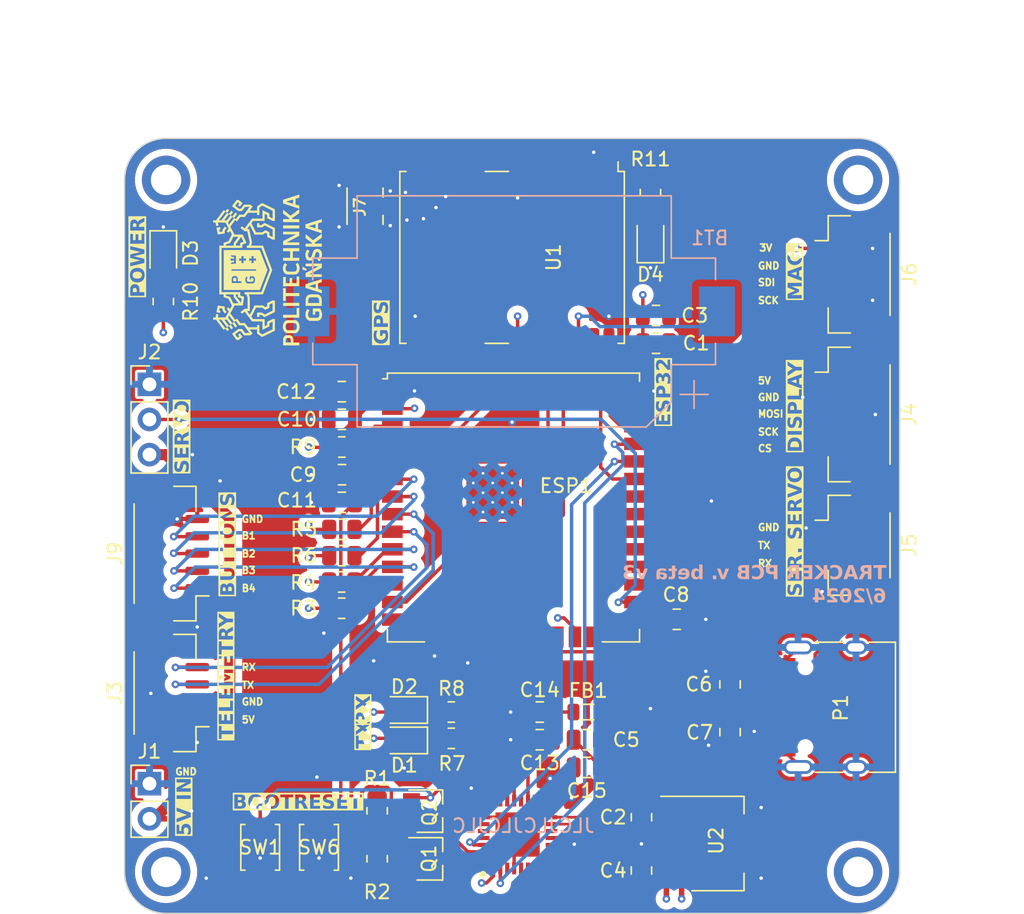
<source format=kicad_pcb>
(kicad_pcb (version 20221018) (generator pcbnew)
  (layers (0 "F.Cu" signal) (1 "In1.Cu" signal) (2 "In2.Cu" signal) (31 "B.Cu" signal) (34 "B.Paste" user) (35 "F.Paste" user) (36 "B.SilkS" user "B.Silkscreen") (37 "F.SilkS" user "F.Silkscreen") (38 "B.Mask" user) (39 "F.Mask" user) (44 "Edge.Cuts" user))
  (net 0 "")
  (net 1 "+3V3")
  (net 2 "GND")
  (net 3 "+5V")
  (net 4 "IO0")
  (net 5 "EN")
  (net 6 "Net-(D3-A)")
  (net 9 "MAV_TX")
  (net 10 "MAV_RX")
  (net 12 "GPS_SCK")
  (net 13 "GPS_MISO")
  (net 14 "GPS_MOSI")
  (net 21 "GPS_CS")
  (net 23 "SERVO")
  (net 24 "SERVO_RX")
  (net 25 "SERVO_TX")
  (net 26 "SCREEN_CS")
  (net 27 "SCREEN_SCK")
  (net 28 "SCREEN_MISO")
  (net 30 "MAG_SDI")
  (net 31 "ESP32_RX0")
  (net 32 "ESP32_TX0")
  (net 33 "MAG_SCK")
  (net 34 "SCREEN_MOSI")
  (net 35 "Net-(U1-RF_IN)")
  (net 37 "USB_D+")
  (net 38 "USB_D-")
  (net 40 "RTS")
  (net 41 "DTR")
  (net 43 "Net-(D4-A)")
  (net 69 "Net-(IC1-VCC)")
  (net 70 "Net-(D1-K)")
  (net 71 "Net-(D2-K)")
  (net 72 "Net-(IC1-CBUS1)")
  (net 73 "Net-(IC1-CBUS0)")
  (net 74 "Net-(U1-TIMEPULSE)")
  (net 75 "BUTTON_3_ESP")
  (net 76 "BUTTON_4_ESP")
  (net 77 "BUTTON_1_ESP")
  (net 78 "BUTTON_2_ESP")
  (net 79 "Net-(IC1-3V3OUT)")
  (net 80 "Net-(BT1-+)")
  (net 81 "Net-(Q1-B)")
  (net 82 "Net-(Q2-B)")
  (footprint "Capacitor_SMD:C_0805_2012Metric" (layer "F.Cu") (at 202.7 65.3 180)
    (fp_text reference "C12")
    (fp_text value "0.1uF" hide)
  )
  (footprint "Package_DFN_QFN:QFN50P500X500X90-33N-D" (layer "F.Cu") (at 215.4 97.3 90)
    (fp_text reference "IC1" hide)
    (fp_text value "FT232RNQ-TRAY" hide)
  )
  (footprint "Resistor_SMD:R_0805_2012Metric" (layer "F.Cu") (at 210.6125 88.45)
    (fp_text reference "R8")
    (fp_text value "270" hide)
  )
  (footprint "Resistor_SMD:R_0805_2012Metric" (layer "F.Cu") (at 202.6875 80.95)
    (fp_text reference "R3")
    (fp_text value "10K" hide)
  )
  (footprint "Capacitor_SMD:C_0805_2012Metric" (layer "F.Cu") (at 202.7 67.3 180)
    (fp_text reference "C10")
    (fp_text value "10uF" hide)
  )
  (footprint "MountingHole:MountingHole_2.2mm_M2_ISO7380_Pad" (layer "F.Cu") (at 240 50)
    (fp_text reference "REF**" hide)
    (fp_text value "MountingHole_2.2mm_M2_ISO7380_Pad" hide)
  )
  (footprint "Capacitor_SMD:C_0805_2012Metric" (layer "F.Cu") (at 220.4 90.45 180)
    (fp_text reference "C5")
    (fp_text value "10nF" hide)
  )
  (footprint "Resistor_SMD:R_0805_2012Metric" (layer "F.Cu") (at 202.7 69.3)
    (fp_text reference "R9")
    (fp_text value "10K" hide)
  )
  (footprint "Resistor_SMD:R_0805_2012Metric" (layer "F.Cu") (at 225 50.9125 -90)
    (fp_text reference "R11")
    (fp_text value "5K" hide)
  )
  (footprint "Capacitor_SMD:C_0805_2012Metric" (layer "F.Cu") (at 225.4 59.8)
    (fp_text reference "C3")
    (fp_text value "0.1uF" hide)
  )
  (footprint "Connector_JST:JST_GH_BM05B-GHS-TBT_1x05-1MP_P1.25mm_Vertical" (layer "F.Cu") (at 239.7 66.95 -90)
    (fp_text reference "J4")
    (fp_text value "DISPLAY")
  )
  (footprint "Resistor_SMD:R_0805_2012Metric" (layer "F.Cu") (at 210.6125 90.35)
    (fp_text reference "R7")
    (fp_text value "270" hide)
  )
  (footprint "Resistor_SMD:R_0805_2012Metric" (layer "F.Cu") (at 205.25 99.05 90)
    (fp_text reference "R2")
    (fp_text value "10K" hide)
  )
  (footprint "Connector_PinHeader_2.54mm:PinHeader_1x03_P2.54mm_Vertical" (layer "F.Cu") (at 188.8 64.77)
    (fp_text reference "J2")
    (fp_text value "SERVO" hide)
  )
  (footprint "Package_TO_SOT_SMD:TSOT-23" (layer "F.Cu") (at 209.04 99.0375)
    (fp_text reference "Q1")
    (fp_text value "NPN" hide)
  )
  (footprint "Connector_JST:JST_GH_BM05B-GHS-TBT_1x05-1MP_P1.25mm_Vertical" (layer "F.Cu") (at 190.3 77 90)
    (fp_text reference "J9")
    (fp_text value "Conn_01x05_Pin" hide)
  )
  (footprint "Capacitor_SMD:C_0805_2012Metric" (layer "F.Cu") (at 217 90.45 180)
    (fp_text reference "C13")
    (fp_text value "4.7uF" hide)
  )
  (footprint "LED_SMD:LED_0805_2012Metric" (layer "F.Cu") (at 225 54.3 90)
    (fp_text reference "D4")
    (fp_text value "TIMEPULSE")
  )
  (footprint "Resistor_SMD:R_0805_2012Metric" (layer "F.Cu") (at 202.6875 79.05)
    (fp_text reference "R4")
    (fp_text value "10K" hide)
  )
  (footprint "Button_Switch_SMD:SW_SPST_B3U-1000P" (layer "F.Cu") (at 196.8 98.225 90)
    (fp_text reference "SW1")
    (fp_text value "BOOT")
  )
  (footprint "Inductor_SMD:L_0805_2012Metric" (layer "F.Cu") (at 220.5 88.45)
    (fp_text reference "FB1")
    (fp_text value "FerriteBead_Small" hide)
  )
  (footprint "LED_SMD:LED_0805_2012Metric" (layer "F.Cu") (at 207.2 88.3 180)
    (fp_text reference "D2")
    (fp_text value "RX" hide)
  )
  (footprint "MountingHole:MountingHole_2.2mm_M2_ISO7380_Pad" (layer "F.Cu") (at 240 100)
    (fp_text reference "REF**" hide)
    (fp_text value "MountingHole_2.2mm_M2_ISO7380_Pad" hide)
  )
  (footprint "Package_TO_SOT_SMD:SOT-223-3_TabPin2" (layer "F.Cu") (at 229.85 97.95)
    (fp_text reference "U2")
    (fp_text value "AP7361C-33E" hide)
  )
  (footprint "LED_SMD:LED_0805_2012Metric" (layer "F.Cu") (at 189.8 55.3625 -90)
    (fp_text reference "D3")
    (fp_text value "POWER" hide)
  )
  (footprint "Package_TO_SOT_SMD:TSOT-23" (layer "F.Cu") (at 209.04 95.5875)
    (fp_text reference "Q2")
    (fp_text value "NPN")
  )
  (footprint "Capacitor_SMD:C_0805_2012Metric" (layer "F.Cu") (at 217 88.45 180)
    (fp_text reference "C14")
    (fp_text value "0.1uF" hide)
  )
  (footprint "Resistor_SMD:R_0805_2012Metric" (layer "F.Cu") (at 202.7 77.15)
    (fp_text reference "R6")
    (fp_text value "10K" hide)
  )
  (footprint "Button_Switch_SMD:SW_SPST_B3U-1000P" (layer "F.Cu") (at 201.05 98.225 90)
    (fp_text reference "SW6")
    (fp_text value "RESET")
  )
  (footprint "Capacitor_SMD:C_0805_2012Metric" (layer "F.Cu") (at 226.9 81.75 180)
    (fp_text reference "C8")
    (fp_text value "47pF" hide)
  )
  (footprint "Capacitor_SMD:C_0805_2012Metric" (layer "F.Cu") (at 220.4 92.45 180)
    (fp_text reference "C15")
    (fp_text value "0.1uF")
  )
  (footprint "Capacitor_SMD:C_0805_2012Metric" (layer "F.Cu") (at 202.7125 71.3 180)
    (fp_text reference "C9")
    (fp_text value "0.1uF" hide)
  )
  (footprint "Connector_JST:JST_GH_BM04B-GHS-TBT_1x04-1MP_P1.25mm_Vertical" (layer "F.Cu") (at 239.7 56.825 -90)
    (fp_text reference "J6")
    (fp_text value "MAG.")
  )
  (footprint "Capacitor_SMD:C_0805_2012Metric" (layer "F.Cu") (at 224.35 99.9 90)
    (fp_text reference "C4")
    (fp_text value "1uF" hide)
  )
  (footprint "RF_Module:ESP32-WROOM-32UE" (layer "F.Cu") (at 215.1 73.67)
    (fp_text reference "ESP1")
    (fp_text value "ESP32-WROOM-32")
  )
  (footprint "RF_GPS:ublox_NEO" (layer "F.Cu") (at 215 55.6 -90)
    (fp_text reference "U1")
    (fp_text value "NEO-M9N")
  )
  (footprint "MountingHole:MountingHole_2.2mm_M2_ISO7380_Pad" (layer "F.Cu") (at 190 50)
    (fp_text reference "REF**" hide)
    (fp_text value "MountingHole_2.2mm_M2_ISO7380_Pad" hide)
  )
  (footprint "Connector_JST:JST_GH_BM04B-GHS-TBT_1x04-1MP_P1.25mm_Vertical" (layer "F.Cu") (at 190.3 87.075 90)
    (fp_text reference "J3")
    (fp_text value "MAVLINK")
  )
  (footprint "U.FL-R-SMT-1_10:HRS_U.FL-R-SMT-1(10)" (layer "F.Cu") (at 204.375 51.9 90)
    (fp_text reference "J7")
    (fp_text value "U.FL-R")
  )
  (footprint "Capacitor_SMD:C_0805_2012Metric" (layer "F.Cu") (at 230.75 89.9 -90)
    (fp_text reference "C7")
    (fp_text value "47pF" hide)
  )
  (footprint "Capacitor_SMD:C_0805_2012Metric" (layer "F.Cu") (at 230.75 86.45 90)
    (fp_text reference "C6")
    (fp_text value "47pF" hide)
  )
  (footprint "Resistor_SMD:R_0805_2012Metric" (layer "F.Cu") (at 202.7 75.25)
    (fp_text reference "R5")
    (fp_text value "10K" hide)
  )
  (footprint "Connector_PinHeader_2.54mm:PinHeader_1x02_P2.54mm_Vertical" (layer "F.Cu") (at 188.8 93.625)
    (fp_text reference "J1")
    (fp_text value "5V")
  )
  (footprint "Resistor_SMD:R_0805_2012Metric" (layer "F.Cu") (at 189.8 58.7875 90)
    (fp_text reference "R10")
    (fp_text value "5K" hide)
  )
  (footprint "Resistor_SMD:R_0805_2012Metric" (layer "F.Cu") (at 205.25 95.5875 -90)
    (fp_text reference "R1")
    (fp_text value "10K" hide)
  )
  (footprint "LED_SMD:LED_0805_2012Metric" (layer "F.Cu") (at 207.2 90.5 180)
    (fp_text reference "D1")
    (fp_text value "TX" hide)
  )
  (footprint "Capacitor_SMD:C_0805_2012Metric" (layer "F.Cu") (at 202.7 73.3)
    (fp_text reference "C11")
    (fp_text value "47pF" hide)
  )
  (footprint "Capacitor_SMD:C_0805_2012Metric" (layer "F.Cu") (at 225.4 61.8)
    (fp_text reference "C1")
    (fp_text value "10uF" hide)
  )
  (footprint "Connector_JST:JST_GH_BM03B-GHS-TBT_1x03-1MP_P1.25mm_Vertical" (layer "F.Cu") (at 239.7 76.4 -90)
    (fp_text reference "J5")
    (fp_text value "SER. SERVO")
  )
  (footprint "LOGO" (layer "F.Cu") (at 197.35 56.5 90)
    (fp_text reference "G***" hide)
    (fp_text value "LOGO" hide)
  )
  (footprint "Connector_USB:USB_C_Receptacle_HRO_TYPE-C-31-M-12" (layer "F.Cu") (at 238.8 88.1 90)
    (fp_text reference "P1")
    (fp_text value "USB_C_Plug_USB2.0" hide)
  )
  (footprint "MountingHole:MountingHole_2.2mm_M2_ISO7380_Pad" (layer "F.Cu") (at 190 100)
    (fp_text reference "REF**" hide)
    (fp_text value "MountingHole_2.2mm_M2_ISO7380_Pad" hide)
  )
  (footprint "Capacitor_SMD:C_0805_2012Metric" (layer "F.Cu") (at 224.35 96.05 -90)
    (fp_text reference "C2")
    (fp_text value "1uF" hide)
  )
  (footprint "Battery:BatteryHolder_Keystone_1060_1x2032" (layer "B.Cu") (at 215.15 59.5 180)
    (fp_text reference "BT1")
    (fp_text value "Battery_Cell")
  )
  (gr_arc (start 187 50) (mid 187.87868 47.87868) (end 190 47) (stroke (width 0.1)) (layer "Edge.Cuts"))
  (gr_arc (start 190 103) (mid 187.87868 102.12132) (end 187 100) (stroke (width 0.1)) (layer "Edge.Cuts"))
  (gr_line (start 240 103) (end 190 103) (stroke (width 0.1)) (layer "Edge.Cuts"))
  (gr_arc (start 243 100) (mid 242.12132 102.12132) (end 240 103) (stroke (width 0.1)) (layer "Edge.Cuts"))
  (gr_line (start 243 50) (end 243 100) (stroke (width 0.1)) (layer "Edge.Cuts"))
  (gr_line (start 190 47) (end 240 47) (stroke (width 0.1)) (layer "Edge.Cuts"))
  (gr_arc (start 240 47) (mid 242.12132 47.87868) (end 243 50) (stroke (width 0.1)) (layer "Edge.Cuts"))
  (gr_line (start 187 100) (end 187 50) (stroke (width 0.1)) (layer "Edge.Cuts"))
  (gr_text "TRACKER PCB v. beta v3\n6/2024" (at 242.05 80.7) (layer "B.SilkS") (effects (font (size 1 1) (thickness 0.2) bold) (justify left bottom mirror)))
  (gr_text "JLCJLCJLCJLC" (at 221.05 97.25) (layer "B.SilkS") (effects (font (size 1 1)) (justify left bottom mirror)))
  (gr_text "GND" (at 195.4 74.8) (layer "F.SilkS") (effects (font (size 0.5 0.5) (thickness 0.125)) (justify left bottom)))
  (gr_text "SCK\n" (at 232.7 68.5) (layer "F.SilkS") (effects (font (size 0.5 0.5) (thickness 0.125)) (justify left bottom)))
  (gr_text "GND" (at 232.7 66) (layer "F.SilkS") (effects (font (size 0.5 0.5) (thickness 0.125)) (justify left bottom)))
  (gr_text "POWER" (at 188.6 58.5 90) (layer "F.SilkS" knockout) (effects (font (size 1 1) (thickness 0.2) bold) (justify left bottom)))
  (gr_text "MOSI" (at 232.7 67.2) (layer "F.SilkS") (effects (font (size 0.5 0.5) (thickness 0.125)) (justify left bottom)))
  (gr_text "SDI" (at 232.7 57.7) (layer "F.SilkS") (effects (font (size 0.5 0.5) (thickness 0.125)) (justify left bottom)))
  (gr_text "SCK" (at 232.7 59) (layer "F.SilkS") (effects (font (size 0.5 0.5) (thickness 0.125)) (justify left bottom)))
  (gr_text "RX" (at 232.7 78) (layer "F.SilkS") (effects (font (size 0.5 0.5) (thickness 0.125)) (justify left bottom)))
  (gr_text "GPS" (at 206.2 61.9 90) (layer "F.SilkS" knockout) (effects (font (size 1 1) (thickness 0.2) bold) (justify left bottom)))
  (gr_text "3V" (at 232.8 55.2) (layer "F.SilkS") (effects (font (size 0.5 0.5) (thickness 0.125)) (justify left bottom)))
  (gr_text "5V IN" (at 191.95 97.4 90) (layer "F.SilkS" knockout) (effects (font (size 1 1) (thickness 0.2) bold) (justify left bottom)))
  (gr_text "TX" (at 195.4 86.8) (layer "F.SilkS") (effects (font (size 0.5 0.5) (thickness 0.125)) (justify left bottom)))
  (gr_text "RESET" (at 199.2 95.6) (layer "F.SilkS" knockout) (effects (font (size 1 1) (thickness 0.2) bold) (justify left bottom)))
  (gr_text "DISPLAY" (at 236.1 69.7 90) (layer "F.SilkS" knockout) (effects (font (size 1 1) (thickness 0.2) bold) (justify left bottom)))
  (gr_text "RX" (at 204.9 89.4 90) (layer "F.SilkS" knockout) (effects (font (size 1 1) (thickness 0.2) bold) (justify left bottom)))
  (gr_text "BUTTONS" (at 195.1 80.1 90) (layer "F.SilkS" knockout) (effects (font (size 1 1) (thickness 0.2) bold) (justify left bottom)))
  (gr_text "BOOT\n" (at 194.8 95.6) (layer "F.SilkS" knockout) (effects (font (size 1 1) (thickness 0.2) bold) (justify left bottom)))
  (gr_text "RX" (at 195.4 85.5) (layer "F.SilkS") (effects (font (size 0.5 0.5) (thickness 0.125)) (justify left bottom)))
  (gr_text "MAG." (at 236.1 58.7 90) (layer "F.SilkS" knockout) (effects (font (size 1 1) (thickness 0.2) bold) (justify left bottom)))
  (gr_text "SERVO" (at 191.8 71.2 90) (layer "F.SilkS" knockout) (effects (font (size 1 1) (thickness 0.2) bold) (justify left bottom)))
  (gr_text "TELEMETRY" (at 195 90.4 90) (layer "F.SilkS" knockout) (effects (font (size 1 1) (thickness 0.2) bold) (justify left bottom)))
  (gr_text "SER. SERVO" (at 236.1 80.1 90) (layer "F.SilkS" knockout) (effects (font (size 1 1) (thickness 0.2) bold) (justify left bottom)))
  (gr_text "TX" (at 204.9 91.1 90) (layer "F.SilkS" knockout) (effects (font (size 1 1) (thickness 0.2) bold) (justify left bottom)))
  (gr_text "5V" (at 195.4 89.3) (layer "F.SilkS") (effects (font (size 0.5 0.5) (thickness 0.125)) (justify left bottom)))
  (gr_text "B4" (at 195.4 79.8) (layer "F.SilkS") (effects (font (size 0.5 0.5) (thickness 0.125)) (justify left bottom)))
  (gr_text "CS" (at 232.7 69.7) (layer "F.SilkS") (effects (font (size 0.5 0.5) (thickness 0.125)) (justify left bottom)))
  (gr_text "B1" (at 195.4 76) (layer "F.SilkS") (effects (font (size 0.5 0.5) (thickness 0.125)) (justify left bottom)))
  (gr_text "B2" (at 195.4 77.3) (layer "F.SilkS") (effects (font (size 0.5 0.5) (thickness 0.125)) (justify left bottom)))
  (gr_text "GND" (at 190.6 93.05) (layer "F.SilkS") (effects (font (size 0.5 0.5) (thickness 0.125)) (justify left bottom)))
  (gr_text "5V" (at 232.7 64.8) (layer "F.SilkS") (effects (font (size 0.5 0.5) (thickness 0.125)) (justify left bottom)))
  (gr_text "GND" (at 232.7 75.4) (layer "F.SilkS") (effects (font (size 0.5 0.5) (thickness 0.125)) (justify left bottom)))
  (gr_text "TX" (at 232.7 76.7) (layer "F.SilkS") (effects (font (size 0.5 0.5) (thickness 0.125)) (justify left bottom)))
  (gr_text "ESP32" (at 226.6 67.8 90) (layer "F.SilkS" knockout) (effects (font (size 1 1) (thickness 0.2) bold) (justify left bottom)))
  (gr_text "GND" (at 195.4 88) (layer "F.SilkS") (effects (font (size 0.5 0.5) (thickness 0.125)) (justify left bottom)))
  (gr_text "GND" (at 232.7 56.5) (layer "F.SilkS") (effects (font (size 0.5 0.5) (thickness 0.125)) (justify left bottom)))
  (gr_text "B3" (at 195.4 78.5) (layer "F.SilkS") (effects (font (size 0.5 0.5) (thickness 0.125)) (justify left bottom)))
  (segment (start 200.375 79.05) (end 201.775 79.05) (width 0.25) (layer "F.Cu") (net 1))
  (segment (start 226.7 100.25) (end 224.95 100.25) (width 0.25) (layer "F.Cu") (net 1))
  (segment (start 201.7875 75.25) (end 200.6495 75.25) (width 0.25) (layer "F.Cu") (net 1))
  (segment (start 235.55 54.95) (end 237.75 54.95) (width 0.25) (layer "F.Cu") (net 1))
  (segment (start 203.65 67.3) (end 204.42 66.53) (width 0.25) (layer "F.Cu") (net 1))
  (segment (start 203.65 67.3) (end 203.65 65.3) (width 0.25) (layer "F.Cu") (net 1))
  (segment (start 224.95 100.25) (end 224.35 100.85) (width 0.25) (layer "F.Cu") (net 1))
  (segment (start 201.7875 69.3) (end 201.7875 69.1625) (width 0.25) (layer "F.Cu") (net 1))
  (segment (start 226.15 100.8) (end 226.7 100.25) (width 0.25) (layer "F.Cu") (net 1))
  (segment (start 220.9 62.75) (end 220.9 61.6) (width 0.25) (layer "F.Cu") (net 1))
  (segment (start 205.15 88.45) (end 206.275 88.45) (width 0.25) (layer "F.Cu") (net 1))
  (segment (start 212.8 100.8) (end 213.15 100.8) (width 0.25) (layer "F.Cu") (net 1))
  (segment (start 220.975 62.825) (end 220.9 62.75) (width 0.25) (layer "F.Cu") (net 1))
  (segment (start 201.7625 69.325) (end 201.7875 69.3) (width 0.25) (layer "F.Cu") (net 1))
  (segment (start 223.425 62.825) (end 220.975 62.825) (width 0.25) (layer "F.Cu") (net 1))
  (segment (start 226.15 101.9) (end 226.15 100.8) (width 0.4) (layer "F.Cu") (net 1))
  (segment (start 200.35 69.325) (end 201.7625 69.325) (width 0.25) (layer "F.Cu") (net 1))
  (segment (start 200.45 77.15) (end 200.3 77.3) (width 0.25) (layer "F.Cu") (net 1))
  (segment (start 201.7875 77.15) (end 200.45 77.15) (width 0.25) (layer "F.Cu") (net 1))
  (segment (start 207.92 66.53) (end 207.925 66.525) (width 0.25) (layer "F.Cu") (net 1))
  (segment (start 213.15 100.8) (end 213.65 100.3) (width 0.25) (layer "F.Cu") (net 1))
  (segment (start 200.6495 75.25) (end 200.3 74.9005) (width 0.25) (layer "F.Cu") (net 1))
  (segment (start 200.375 80.95) (end 201.775 80.95) (width 0.25) (layer "F.Cu") (net 1))
  (segment (start 206.35 66.53) (end 207.92 66.53) (width 0.25) (layer "F.Cu") (net 1))
  (segment (start 227.25 100.8) (end 226.7 100.25) (width 0.25) (layer "F.Cu") (net 1))
  (segment (start 224.45 61.8) (end 223.425 62.825) (width 0.25) (layer "F.Cu") (net 1))
  (segment (start 205.15 90.35) (end 206.275 90.35) (width 0.25) (layer "F.Cu") (net 1))
  (segment (start 189.8 61.025) (end 189.8 59.7) (width 0.25) (layer "F.Cu") (net 1))
  (segment (start 213.65 100.3) (end 213.65 99.75) (width 0.25) (layer "F.Cu") (net 1))
  (segment (start 227.25 101.9) (end 227.25 100.8) (width 0.4) (layer "F.Cu") (net 1))
  (segment (start 204.42 66.53) (end 206.35 66.53) (width 0.25) (layer "F.Cu") (net 1))
  (segment (start 224.45 59.8) (end 224.45 61.8) (width 0.25) (layer "F.Cu") (net 1))
  (segment (start 224.45 58.3) (end 224.45 59.8) (width 0.25) (layer "F.Cu") (net 1))
  (segment (start 201.7875 69.1625) (end 203.65 67.3) (width 0.25) (layer "F.Cu") (net 1))
  (via (at 200.3 77.3) (size 0.55) (drill 0.25) (layers "F.Cu" "B.Cu") (net 1))
  (via (at 205 88.45) (size 0.55) (drill 0.25) (layers "F.Cu" "B.Cu") (net 1))
  (via (at 235.55 54.95) (size 0.55) (drill 0.25) (layers "F.Cu" "B.Cu") (net 1))
  (via (at 189.8 61.025) (size 0.55) (drill 0.25) (layers "F.Cu" "B.Cu") (net 1))
  (via (at 224.45 58.3) (size 0.55) (drill 0.25) (layers "F.Cu" "B.Cu") (net 1))
  (via (at 207.95 66.5) (size 0.55) (drill 0.25) (layers "F.Cu" "B.Cu") (net 1))
  (via (at 212.8 100.8) (size 0.55) (drill 0.25) (layers "F.Cu" "B.Cu") (net 1))
  (via (at 227.25 101.95) (size 0.55) (drill 0.25) (layers "F.Cu" "B.Cu") (net 1))
  (via (at 200.3 79.05) (size 0.55) (drill 0.25) (layers "F.Cu" "B.Cu") (net 1))
  (via (at 205 90.35) (size 0.55) (drill 0.25) (layers "F.Cu" "B.Cu") (net 1))
  (via (at 226.15 101.95) (size 0.55) (drill 0.25) (layers "F.Cu" "B.Cu") (net 1))
  (via (at 200.3 74.9005) (size 0.55) (drill 0.25) (layers "F.Cu" "B.Cu") (net 1))
  (via (at 200.3 80.95) (size 0.55) (drill 0.25) (layers "F.Cu" "B.Cu") (net 1))
  (via (at 200.3 69.3) (size 0.55) (drill 0.25) (layers "F.Cu" "B.Cu") (net 1))
  (segment (start 196.8 99.925) (end 196.8 98.975) (width 0.25) (layer "F.Cu") (net 2))
  (segment (start 212.225 96.05) (end 212.05 95.875) (width 0.25) (layer "F.Cu") (net 2))
  (segment (start 235.67 92.265) (end 234.755 91.35) (width 0.25) (layer "F.Cu") (net 2))
  (segment (start 224.35 97) (end 225.3 97.95) (width 0.25) (layer "F.Cu") (net 2))
  (segment (start 224.35 98.95) (end 224.35 97.975) (width 0.25) (layer "F.Cu") (net 2))
  (segment (start 226.7 97.95) (end 225.35 97.95) (width 0.25) (layer "F.Cu") (net 2))
  (segment (start 223.85 65.26) (end 225.19 65.26) (width 0.25) (layer "F.Cu") (net 2))
  (segment (start 201.05 99.925) (end 201.05 99) (width 0.25) (layer "F.Cu") (net 2))
  (segment (start 234.755 84.85) (end 234.755 84.695) (width 0.25) (layer "F.Cu") (net 2))
  (segment (start 215.15 97.55) (end 215.4 97.3) (width 0.25) (layer "F.Cu") (net 2))
  (segment (start 225.35 97.95) (end 224.35 98.95) (width 0.25) (layer "F.Cu") (net 2))
  (segment (start 221.35 92.35) (end 219.45 90.45) (width 0.25) (layer "F.Cu") (net 2))
  (segment (start 212.95 96.05) (end 212.225 96.05) (width 0.25) (layer "F.Cu") (net 2))
  (segment (start 213.65 94.85) (end 212.95 94.85) (width 0.25) (layer "F.Cu") (net 2))
  (segment (start 233 95.4) (end 233 97.95) (width 0.25) (layer "F.Cu") (net 2))
  (segment (start 224.35 97) (end 224.35 97.975) (width 0.25) (layer "F.Cu") (net 2))
  (segment (start 221.35 92.45) (end 221.35 92.35) (width 0.25) (layer "F.Cu") (net 2))
  (segment (start 216.05 88.45) (end 214.925 88.45) (width 0.25) (layer "F.Cu") (net 2))
  (segment (start 212.95 96.05) (end 214.15 96.05) (width 0.25) (layer "F.Cu") (net 2))
  (segment (start 217.15 95.55) (end 217.15 94.85) (width 0.25) (layer "F.Cu") (net 2))
  (segment (start 234.755 84.695) (end 235.67 83.78) (width 0.25) (layer "F.Cu") (net 2))
  (segment (start 216.05 90.45) (end 215 90.45) (width 0.25) (layer "F.Cu") (net 2))
  (segment (start 215.4 97.3) (end 217.15 95.55) (width 0.25) (layer "F.Cu") (net 2))
  (segment (start 201.05 99) (end 201.075 98.975) (width 0.25) (layer "F.Cu") (net 2))
  (segment (start 215.15 99.75) (end 215.15 97.55) (width 0.25) (layer "F.Cu") (net 2))
  (segment (start 225.3 97.95) (end 226.7 97.95) (width 0.25) (layer "F.Cu") (net 2))
  (segment (start 225.19 65.26) (end 225.2 65.25) (width 0.25) (layer "F.Cu") (net 2))
  (segment (start 215 90.45) (end 214.975 90.425) (width 0.25) (layer "F.Cu") (net 2))
  (segment (start 214.925 88.45) (end 214.9 88.425) (width 0.25) (layer "F.Cu") (net 2))
  (segment (start 212.05 95.875) (end 212.05 93.95) (width 0.25) (layer "F.Cu") (net 2))
  (segment (start 212.95 94.85) (end 212.05 93.95) (width 0.25) (layer "F.Cu") (net 2))
  (segment (start 233 100.425) (end 233 97.95) (width 0.25) (layer "F.Cu") (net 2))
  (segment (start 235.67 92.42) (end 235.67 92.265) (width 0.25) (layer "F.Cu") (net 2))
  (via (at 209.5 52) (size 0.55) (drill 0.25) (layers "F.Cu" "B.Cu") (net 2))
  (via (at 196.8 99) (size 0.55) (drill 0.25) (layers "F.Cu" "B.Cu") (net 2))
  (via (at 208 59.85) (size 0.55) (drill 0.25) (layers "F.Cu" "B.Cu") (net 2))
  (via (at 241.05 54.95) (size 0.55) (drill 0.25) (layers "F.Cu" "B.Cu") (net 2))
  (via (at 214.9 88.45) (size 0.55) (drill 0.25) (layers "F.Cu" "B.Cu") (net 2))
  (via (at 222 59.85) (size 0.55) (drill 0.25) (layers "F.Cu" "B.Cu") (net 2))
  (via (at 232.5 89.85) (size 0.55) (drill 0.25) (layers "F.Cu" "B.Cu") (net 2))
  (via (at 233 100.45) (size 0.55) (drill 0.25) (layers "F.Cu" "B.Cu") (net 2))
  (via (at 241.05 58.7) (size 0.55) (drill 0.25) (layers "F.Cu" "B.Cu") (net 2))
  (via (at 192.25 82.3) (size 0.55) (drill 0.25) (layers "F.Cu" "B.Cu") (net 2))
  (via (at 200.5 65.3) (size 0.55) (drill 0.25) (layers "F.Cu" "B.Cu") (net 2))
  (via (at 215 67.5) (size 0.55) (drill 0.25) (layers "F.Cu" "B.Cu") (net 2))
  (via (at 202.5 50.4) (size 0.55) (drill 0.25) (layers "F.Cu" "B.Cu") (net 2))
  (via (at 193.9 71.75) (size 0.55) (drill 0.25) (layers "F.Cu" "B.Cu") (net 2))
  (via (at 220.9 48) (size 0.55) (drill 0.25) (layers "F.Cu" "B.Cu") (net 2))
  (via (at 229 81.75) (size 0.55) (drill 0.25) (layers "F.Cu" "B.Cu") (net 2))
  (via (at 191.9 69.85) (size 0.55) (drill 0.25) (layers "F.Cu" "B.Cu") (net 2))
  (via (at 237.4 79.75) (size 0.55) (drill 0.25) (layers "F.Cu" "B.Cu") (net 2))
  (via (at 225 88.2) (size 0.55) (drill 0.25) (layers "F.Cu" "B.Cu") (net 2))
  (via (at 229.4 73.2) (size 0.55) (drill 0.25) (layers "F.Cu" "B.Cu") (net 2))
  (via (at 229.2 90.85) (size 0.55) (drill 0.25) (layers "F.Cu" "B.Cu") (net 2))
  (via (at 200.9 93.15) (size 0.55) (drill 0.25) (layers "F.Cu" "B.Cu") (net 2))
  (via (at 200.5 73.3) (size 0.55) (drill 0.25) (layers "F.Cu" "B.Cu") (net 2))
  (via (at 210.2 51.2) (size 0.55) (drill 0.25) (layers "F.Cu" "B.Cu") (net 2))
  (via (at 200.5 71.3) (size 0.55) (drill 0.25) (layers "F.Cu" "B.Cu") (net 2))
  (via (at 236 65.7) (size 0.55) (drill 0.25) (layers "F.Cu" "B.Cu") (net 2))
  (via (at 207.4 52.9) (size 0.55) (drill 0.25) (layers "F.Cu" "B.Cu") (net 2))
  (via (at 208.6 52.8) (size 0.55) (drill 0.25) (layers "F.Cu" "B.Cu") (net 2))
  (via (at 206.2 50.8) (size 0.55) (drill 0.25) (layers "F.Cu" "B.Cu") (net 2))
  (via (at 202.5 53.4) (size 0.55) (drill 0.25) (layers "F.Cu" "B.Cu") (net 2))
  (via (at 215.4 51.3) (size 0.55) (drill 0.25) (layers "F.Cu" "B.Cu") (net 2))
  (via (at 233 95.35) (size 0.55) (drill 0.25) (layers "F.Cu" "B.Cu") (net 2))
  (via (at 207.95 65.25) (size 0.55) (drill 0.25) (layers "F.Cu" "B.Cu") (net 2))
  (via (at 236.25 75.15) (size 0.55) (drill 0.25) (layers "F.Cu" "B.Cu") (net 2))
  (via (at 188.9 87.1) (size 0.55) (drill 0.25) (layers "F.Cu" "B.Cu") (net 2))
  (via (at 192.9 100.45) (size 0.55) (drill 0.25) (layers "F.Cu" "B.Cu") (net 2))
  (via (at 201.4 82.75) (size 0.55) (drill 0.25) (layers "F.Cu" "B.Cu") (net 2))
  (via (at 211.8 84.9) (size 0.55) (drill 0.25) (layers "F.Cu" "B.Cu") (net 2))
  (via (at 207.3 50.9005) (size 0.55) (drill 0.25) (layers "F.Cu" "B.Cu") (net 2))
  (via (at 191.85 95.6) (size 0.55) (drill 0.25) (layers "F.Cu" "B.Cu") (net 2))
  (via (at 241.25 66.95) (size 0.55) (drill 0.25) (layers "F.Cu" "B.Cu") (net 2))
  (via (at 189.8 53.4) (size 0.55) (drill 0.25) (layers "F.Cu" "B.Cu") (net 2))
  (via (at 207.2 92.5) (size 0.55) (drill 0.25) (layers "F.Cu" "B.Cu") (net 2))
  (via (at 229 85.5) (size 0.55) (drill 0.25) (layers "F.Cu" "B.Cu") (net 2))
  (via (at 209.4 84.4) (size 0.55) (drill 0.25) (layers "F.Cu" "B.Cu") (net 2))
  (via (at 203.35 100.45) (size 0.55) (drill 0.25) (layers "F.Cu" "B.Cu") (net 2))
  (via (at 225 56.35) (size 0.55) (drill 0.25) (layers "F.Cu" "B.Cu") (net 2))
  (via (at 201.05 99) (size 0.55) (drill 0.25) (layers "F.Cu" "B.Cu") (net 2))
  (via (at 219.5 98) (size 0.55) (drill 0.25) (layers "F.Cu" "B.Cu") (net 2))
  (via (at 190.8 74.5) (size 0.55) (drill 0.25) (layers "F.Cu" "B.Cu") (net 2))
  (via (at 224.35 97.975) (size 0.55) (drill 0.25) (layers "F.Cu" "B.Cu") (net 2))
  (via (at 205 84.75) (size 0.55) (drill 0.25) (layers "F.Cu" "B.Cu") (net 2))
  (via (at 217.74941 93.24941) (size 0.55) (drill 0.25) (layers "F.Cu" "B.Cu") (net 2))
  (via (at 206.2 53.3) (size 0.55) (drill 0.25) (layers "F.Cu" "B.Cu") (net 2))
  (via (at 200.5 67.3) (size 0.55) (drill 0.25) (layers "F.Cu" "B.Cu") (net 2))
  (via (at 214.9 90.45) (size 0.55) (drill 0.25) (layers "F.Cu" "B.Cu") (net 2))
  (via (at 225.25 65.25) (size 0.55) (drill 0.25) (layers "F.Cu" "B.Cu") (net 2))
  (via (at 212.05 93.95) (size 0.55) (drill 0.25) (layers "F.Cu" "B.Cu") (net 2))
  (via (at 219.301089 94.651089) (size 0.55) (drill 0.25) (layers "F.Cu" "B.Cu") (net 2))
  (via (at 192.25 90.65) (size 0.55) (drill 0.25) (layers "F.Cu" "B.Cu") (net 2))
  (segment (start 234.755 90.55) (end 233.8 90.55) (width 0.7) (layer "F.Cu") (net 3))
  (segment (start 232.45 85.65) (end 234.755 85.65) (width 0.25) (layer "F.Cu") (net 3))
  (segment (start 233.8 90.55) (end 228.7 95.65) (width 0.7) (layer "F.Cu") (net 3))
  (segment (start 221.35 88.6625) (end 221.5625 88.45) (width 0.25) (layer "F.Cu") (net 3))
  (segment (start 194.6 90.725) (end 189.16 96.165) (width 0.8) (layer "F.Cu") (net 3))
  (segment (start 238.925 65.353249) (end 238.925 82.241726) (width 0.25) (layer "F.Cu") (net 3))
  (segment (start 221.5625 88.45) (end 223.4375 86.575) (width 0.25) (layer "F.Cu") (net 3))
  (segment (start 228.7 95.65) (end 226.7 95.65) (width 0.7) (layer "F.Cu") (net 3))
  (segment (start 189.16 96.165) (end 188.8 96.165) (width 0.8) (layer "F.Cu") (net 3))
  (segment (start 194.6 88.825) (end 194.6 90.725) (width 0.8) (layer "F.Cu") (net 3))
  (segment (start 192.25 88.95) (end 194.475 88.95) (width 0.25) (layer "F.Cu") (net 3))
  (segment (start 224.9 95.65) (end 226.7 95.65) (width 0.4) (layer "F.Cu") (net 3))
  (segment (start 234.755 90.55) (end 235.58 90.55) (width 0.25) (layer "F.Cu") (net 3))
  (segment (start 237.75 64.45) (end 238.021751 64.45) (width 0.25) (layer "F.Cu") (net 3))
  (segment (start 236.48 85.92) (end 235.85 85.92) (width 0.25) (layer "F.Cu") (net 3))
  (segment (start 236.9 85.5) (end 236.48 85.92) (width 0.25) (layer "F.Cu") (net 3))
  (segment (start 238.925 82.241726) (end 236.9 84.266726) (width 0.25) (layer "F.Cu") (net 3))
  (segment (start 188.8 69.85) (end 190.002081 69.85) (width 0.8) (layer "F.Cu") (net 3))
  (segment (start 194.475 88.95) (end 194.6 88.825) (width 0.25) (layer "F.Cu") (net 3))
  (segment (start 238.021751 64.45) (end 238.925 65.353249) (width 0.25) (layer "F.Cu") (net 3))
  (segment (start 224.35 95.1) (end 224.9 95.65) (width 0.4) (layer "F.Cu") (net 3))
  (segment (start 235.85 85.92) (end 235.58 85.65) (width 0.25) (layer "F.Cu") (net 3))
  (segment (start 221.35 90.45) (end 221.35 88.6625) (width 0.25) (layer "F.Cu") (net 3))
  (segment (start 235.58 90.55) (end 235.85 90.28) (width 0.25) (layer "F.Cu") (net 3))
  (segment (start 190.002081 69.85) (end 194.6 74.447919) (width 0.8) (layer "F.Cu") (net 3))
  (segment (start 236.9 84.266726) (end 236.9 85.5) (width 0.25) (layer "F.Cu") (net 3))
  (segment (start 190.565 96.165) (end 188.8 96.165) (width 0.4) (layer "F.Cu") (net 3))
  (segment (start 194.6 74.447919) (end 194.6 88.825) (width 0.8) (layer "F.Cu") (net 3))
  (segment (start 217.55 101.9) (end 196.3 101.9) (width 0.4) (layer "F.Cu") (net 3))
  (segment (start 235.85 90.28) (end 235.85 85.92) (width 0.25) (layer "F.Cu") (net 3))
  (segment (start 235.58 85.65) (end 234.755 85.65) (width 0.25) (layer "F.Cu") (net 3))
  (segment (start 224.35 95.1) (end 217.55 101.9) (width 0.4) (layer "F.Cu") (net 3))
  (segment (start 196.3 101.9) (end 190.565 96.165) (width 0.4) (layer "F.Cu") (net 3))
  (segment (start 231.525 86.575) (end 232.45 85.65) (width 0.25) (layer "F.Cu") (net 3))
  (segment (start 223.4375 86.575) (end 231.525 86.575) (width 0.25) (layer "F.Cu") (net 3))
  (segment (start 214.354327 84.095) (end 221.525 84.095) (width 0.25) (layer "F.Cu") (net 4))
  (segment (start 196.8 96.525) (end 196.8 95.35) (width 0.25) (layer "F.Cu") (net 4))
  (segment (start 210.5375 93.2125) (end 210.5375 87.911827) (width 0.25) (layer "F.Cu") (net 4))
  (segment (start 225.95 81.75) (end 223.87 81.75) (width 0.25) (layer "F.Cu") (net 4))
  (segment (start 207.73 94.6375) (end 209.1 94.6375) (width 0.25) (layer "F.Cu") (net 4))
  (segment (start 210.5375 93.2125) (end 209.1125 94.6375) (width 0.25) (layer "F.Cu") (net 4))
  (segment (start 209.1 94.6375) (end 209.15 94.6375) (width 0.25) (layer "F.Cu") (net 4))
  (segment (start 210.5375 87.911827) (end 214.354327 84.095) (width 0.25) (layer "F.Cu") (net 4))
  (segment (start 209.1125 94.6375) (end 209.1 94.6375) (width 0.25) (layer "F.Cu") (net 4))
  (segment (start 221.525 84.095) (end 223.85 81.77) (width 0.25) (layer "F.Cu") (net 4))
  (segment (start 223.87 81.75) (end 223.85 81.77) (width 0.25) (layer "F.Cu") (net 4))
  (via (at 196.8 95.35) (size 0.55) (drill 0.25) (layers "F.Cu" "B.Cu") (net 4))
  (via (at 209.1 94.6375) (size 0.55) (drill 0.25) (layers "F.Cu" "B.Cu") (net 4))
  (segment (start 209.1 94.35) (end 209.1 94.6375) (width 0.25) (layer "B.Cu") (net 4))
  (segment (start 196.8 95.35) (end 198.075 94.075) (width 0.25) (layer "B.Cu") (net 4))
  (segment (start 198.075 94.075) (end 208.825 94.075) (width 0.25) (layer "B.Cu") (net 4))
  (segment (start 208.825 94.075) (end 209.1 94.35) (width 0.25) (layer "B.Cu") (net 4))
  (segment (start 203.6625 69.35) (end 203.6125 69.3) (width 0.25) (layer "F.Cu") (net 5))
  (segment (start 203.5 98.975) (end 201.05 96.525) (width 0.25) (layer "F.Cu") (net 5))
  (segment (start 203.6125 69.3) (end 205.1125 67.8) (width 0.25) (layer "F.Cu") (net 5))
  (segment (start 207.73 98.0875) (end 207.475673 98.0875) (width 0.25) (layer "F.Cu") (net 5))
  (segment (start 206.8425 98.975) (end 203.5 98.975) (width 0.25) (layer "F.Cu") (net 5))
  (segment (start 201.05 96.525) (end 202.625 94.95) (width 0.25) (layer "F.Cu") (net 5))
  (segment (start 202.625 94.95) (end 202.625 74.325) (width 0.25) (layer "F.Cu") (net 5))
  (segment (start 202.625 74.325) (end 203.65 73.3) (width 0.25) (layer "F.Cu") (net 5))
  (segment (start 207.73 98.0875) (end 206.8425 98.975) (width 0.25) (layer "F.Cu") (net 5))
  (segment (start 203.65 73.3) (end 203.65 71.3125) (width 0.25) (layer "F.Cu") (net 5))
  (segment (start 203.65 71.3125) (end 203.6625 71.3) (width 0.25) (layer "F.Cu") (net 5))
  (segment (start 205.1125 67.8) (end 206.35 67.8) (width 0.25) (layer "F.Cu") (net 5))
  (segment (start 203.6625 71.3) (end 203.6625 69.35) (width 0.25) (layer "F.Cu") (net 5))
  (segment (start 189.8 57.875) (end 189.8 56.3) (width 0.25) (layer "F.Cu") (net 6))
  (segment (start 206.35 74.15) (end 207.9 74.15) (width 0.25) (layer "F.Cu") (net 9))
  (segment (start 192.25 86.45) (end 190.675 86.45) (width 0.25) (layer "F.Cu") (net 9))
  (via (at 190.675 86.45) (size 0.55) (drill 0.25) (layers "F.Cu" "B.Cu") (net 9))
  (via (at 207.9 74.15) (size 0.55) (drill 0.25) (layers "F.Cu" "B.Cu") (net 9))
  (segment (start 209.3 78.2) (end 209.3 75.55) (width 0.25) (layer "B.Cu") (net 9))
  (segment (start 201.05 86.45) (end 209.3 78.2) (width 0.25) (layer "B.Cu") (net 9))
  (segment (start 190.675 86.45) (end 201.05 86.45) (width 0.25) (layer "B.Cu") (net 9))
  (segment (start 209.3 75.55) (end 207.9 74.15) (width 0.25) (layer "B.Cu") (net 9))
  (segment (start 206.35 75.42) (end 207.895 75.42) (width 0.25) (layer "F.Cu") (net 10))
  (segment (start 192.25 85.2) (end 190.7 85.2) (width 0.25) (layer "F.Cu") (net 10))
  (segment (start 190.7 85.2) (end 190.675 85.225) (width 0.25) (layer "F.Cu") (net 10))
  (segment (start 207.895 75.42) (end 207.9 75.425) (width 0.25) (layer "F.Cu") (net 10))
  (via (at 190.675 85.225) (size 0.55) (drill 0.25) (layers "F.Cu" "B.Cu") (net 10))
  (via (at 207.9 75.425) (size 0.55) (drill 0.25) (layers "F.Cu" "B.Cu") (net 10))
  (segment (start 201.638604 85.225) (end 208.85 78.013604) (width 0.25) (layer "B.Cu") (net 10))
  (segment (start 208.85 76.375) (end 207.9 75.425) (width 0.25) (layer "B.Cu") (net 10))
  (segment (start 208.85 78.013604) (end 208.85 76.375) (width 0.25) (layer "B.Cu") (net 10))
  (segment (start 190.675 85.225) (end 201.638604 85.225) (width 0.25) (layer "B.Cu") (net 10))
  (segment (start 216.4 61.7) (end 216.5 61.6) (width 0.25) (layer "F.Cu") (net 12))
  (segment (start 216.4 62.8) (end 216.4 61.7) (width 0.25) (layer "F.Cu") (net 12))
  (segment (start 211 68.2) (end 216.4 62.8) (width 0.25) (layer "F.Cu") (net 12))
  (segment (start 211 76.85) (end 211 68.2) (width 0.25) (layer "F.Cu") (net 12))
  (segment (start 207.35 80.5) (end 211 76.85) (width 0.25) (layer "F.Cu") (net 12))
  (segment (start 206.35 80.5) (end 207.35 80.5) (width 0.25) (layer "F.Cu") (net 12))
  (segment (start 217.6 73.9) (end 209.73 81.77) (width 0.25) (layer "F.Cu") (net 13))
  (segment (start 217.6 61.6) (end 217.6 73.9) (width 0.25) (layer "F.Cu") (net 13))
  (segment (start 209.73 81.77) (end 206.35 81.77) (width 0.25) (layer "F.Cu") (net 13))
  (segment (start 218.7 74.2) (end 210.655 82.245) (width 0.25) (layer "F.Cu") (net 14))
  (segment (start 210.655 82.245) (end 210.655 83.02) (width 0.25) (layer "F.Cu") (net 14))
  (segment (start 218.7 61.6) (end 218.7 74.2) (width 0.25) (layer "F.Cu") (net 14))
  (segment (start 215.4 59.85) (end 215.4 61.6) (width 0.25) (layer "F.Cu") (net 21))
  (segment (start 218.3 81.65) (end 218.755 81.65) (width 0.25) (layer "F.Cu") (net 21))
  (segment (start 218.755 81.65) (end 219.545 82.44) (width 0.25) (layer "F.Cu") (net 21))
  (segment (start 219.545 82.44) (end 219.545 83.02) (width 0.25) (layer "F.Cu") (net 21))
  (via (at 218.3 81.65) (size 0.55) (drill 0.25) (layers "F.Cu" "B.Cu") (net 21))
  (via (at 215.4 59.85) (size 0.55) (drill 0.25) (layers "F.Cu" "B.Cu") (net 21))
  (segment (start 223.85 80.5) (end 222.7 80.5) (width 0.25) (layer "F.Cu") (net 23))
  (segment (start 190.915 67.31) (end 190.925 67.3) (width 0.25) (layer "F.Cu") (net 23))
  (segment (start 222.7 80.5) (end 222.675 80.525) (width 0.25) (layer "F.Cu") (net 23))
  (segment (start 188.8 67.31) (end 190.915 67.31) (width 0.25) (layer "F.Cu") (net 23))
  (via (at 190.925 67.3) (size 0.55) (drill 0.25) (layers "F.Cu" "B.Cu") (net 23))
  (via (at 222.675 80.525) (size 0.55) (drill 0.25) (layers "F.Cu" "B.Cu") (net 23))
  (segment (start 223.9 69.751471) (end 221.448529 67.3) (width 0.25) (layer "B.Cu") (net 23))
  (segment (start 223.9 79.3) (end 223.9 69.751471) (width 0.25) (layer "B.Cu") (net 23))
  (segment (start 222.675 80.525) (end 223.9 79.3) (width 0.25) (layer "B.Cu") (net 23))
  (segment (start 221.448529 67.3) (end 190.925 67.3) (width 0.25) (layer "B.Cu") (net 23))
  (segment (start 237.15 77.65) (end 235.57 79.23) (width 0.25) (layer "F.Cu") (net 24))
  (segment (start 235.57 79.23) (end 223.85 79.23) (width 0.25) (layer "F.Cu") (net 24))
  (segment (start 237.75 77.65) (end 237.15 77.65) (width 0.25) (layer "F.Cu") (net 24))
  (segment (start 235.54 77.96) (end 223.85 77.96) (width 0.25) (layer "F.Cu") (net 25))
  (segment (start 237.1 76.4) (end 235.54 77.96) (width 0.25) (layer "F.Cu") (net 25))
  (segment (start 237.478249 69.45) (end 237.75 69.45) (width 0.25) (layer "F.Cu") (net 26))
  (segment (start 225.375 69.925) (end 226.65 68.65) (width 0.25) (layer "F.Cu") (net 26))
  (segment (start 223.85 76.69) (end 224.43 76.69) (width 0.25) (layer "F.Cu") (net 26))
  (segment (start 224.43 76.69) (end 225.375 75.745) (width 0.25) (layer "F.Cu") (net 26))
  (segment (start 226.65 68.65) (end 236.678249 68.65) (width 0.25) (layer "F.Cu") (net 26))
  (segment (start 225.375 75.745) (end 225.375 69.925) (width 0.25) (layer "F.Cu") (net 26))
  (segment (start 236.678249 68.65) (end 237.478249 69.45) (width 0.25) (layer "F.Cu") (net 26))
  (segment (start 226.463604 68.2) (end 237.75 68.2) (width 0.25) (layer "F.Cu") (net 27))
  (segment (start 224.925 75.42) (end 224.925 69.738604) (width 0.25) (layer "F.Cu") (net 27))
  (segment (start 224.925 69.738604) (end 226.463604 68.2) (width 0.25) (layer "F.Cu") (net 27))
  (segment (start 223.85 75.42) (end 224.925 75.42) (width 0.25) (layer "F.Cu") (net 27))
  (segment (start 223.273604 63.35) (end 230.263604 63.35) (width 0.25) (layer "F.Cu") (net 30))
  (segment (start 221.4 65.223604) (end 223.273604 63.35) (width 0.25) (layer "F.Cu") (net 30))
  (segment (start 230.263604 63.35) (end 236.163604 57.45) (width 0.25) (layer "F.Cu") (net 30))
  (segment (start 221.4 70.75) (end 221.4 65.223604) (width 0.25) (layer "F.Cu") (net 30))
  (segment (start 222.26 71.61) (end 221.4 70.75) (width 0.25) (layer "F.Cu") (net 30))
  (segment (start 236.163604 57.45) (end 237.75 57.45) (width 0.25) (layer "F.Cu") (net 30))
  (segment (start 223.85 71.61) (end 222.26 71.61) (width 0.25) (layer "F.Cu") (net 30))
  (segment (start 222.41 70.34) (end 222.4 70.35) (width 0.25) (layer "F.Cu") (net 31))
  (segment (start 211.95 97.85) (end 212.025 97.85) (width 0.25) (layer "F.Cu") (net 31))
  (segment (start 212.025 97.85) (end 212.225 98.05) (width 0.25) (layer "F.Cu") (net 31))
  (segment (start 223.85 70.34) (end 222.41 70.34) (width 0.25) (layer "F.Cu") (net 31))
  (segment (start 212.225 98.05) (end 212.95 98.05) (width 0.25) (layer "F.Cu") (net 31))
  (via (at 222.4 70.35) (size 0.55) (drill 0.25) (layers "F.Cu" "B.Cu") (net 31))
  (via (at 211.95 97.85) (size 0.55) (drill 0.25) (layers "F.Cu" "B.Cu") (net 31))
  (segment (start 211.95 97.85) (end 212.300998 97.85) (width 0.25) (layer "B.Cu") (net 31))
  (segment (start 219.3 90.850998) (end 219.3 73.45) (width 0.25) (layer "B.Cu") (net 31))
  (segment (start 219.3 73.45) (end 222.4 70.35) (width 0.25) (layer "B.Cu") (net 31))
  (segment (start 212.300998 97.85) (end 219.3 90.850998) (width 0.25) (layer "B.Cu") (net 31))
  (segment (start 223.82 69.1) (end 223.85 69.07) (width 0.25) (layer "F.Cu") (net 32))
  (segment (start 214.15 99.75) (end 214.15 100.8255) (width 0.25) (layer "F.Cu") (net 32))
  (segment (start 222.4 69.1) (end 223.82 69.1) (width 0.25) (layer "F.Cu") (net 32))
  (via (at 214.15 100.8255) (size 0.55) (drill 0.25) (layers "F.Cu" "B.Cu") (net 32))
  (via (at 222.4 69.1) (size 0.55) (drill 0.25) (layers "F.Cu" "B.Cu") (net 32))
  (segment (start 214.15 100.65) (end 220.25 94.55) (width 0.25) (layer "B.Cu") (net 32))
  (segment (start 214.15 100.8255) (end 214.15 100.65) (width 0.25) (layer "B.Cu") (net 32))
  (segment (start 220.25 94.55) (end 220.25 73.348529) (width 0.25) (layer "B.Cu") (net 32))
  (segment (start 223 70.598529) (end 223 69.7) (width 0.25) (layer "B.Cu") (net 32))
  (segment (start 223 69.7) (end 222.4 69.1) (width 0.25) (layer "B.Cu") (net 32))
  (segment (start 220.25 73.348529) (end 223 70.598529) (width 0.25) (layer "B.Cu") (net 32))
  (segment (start 222.1 67.05) (end 222.85 67.8) (width 0.25) (layer "F.Cu") (net 33))
  (segment (start 235.55 58.7) (end 230.45 63.8) (width 0.25) (layer "F.Cu") (net 33))
  (segment (start 237.75 58.7) (end 235.55 58.7) (width 0.25) (layer "F.Cu") (net 33))
  (segment (start 230.45 63.8) (end 223.46 63.8) (width 0.25) (layer "F.Cu") (net 33))
  (segment (start 223.46 63.8) (end 222.1 65.16) (width 0.25) (layer "F.Cu") (net 33))
  (segment (start 222.1 65.16) (end 222.1 67.05) (width 0.25) (layer "F.Cu") (net 33))
  (segment (start 222.85 67.8) (end 223.85 67.8) (width 0.25) (layer "F.Cu") (net 33))
  (segment (start 237.75 66.95) (end 237.33 66.53) (width 0.25) (layer "F.Cu") (net 34))
  (segment (start 237.33 66.53) (end 223.85 66.53) (width 0.25) (layer "F.Cu") (net 34))
  (segment (start 209.1 50.85) (end 208.05 51.9) (width 0.8) (layer "F.Cu") (net 35))
  (segment (start 208.05 51.9) (end 205.9 51.9) (width 0.8) (layer "F.Cu") (net 35))
  (segment (start 209.1 49.6) (end 209.1 50.85) (width 0.8) (layer "F.Cu") (net 35))
  (segment (start 219.815686 96.55) (end 217.85 96.55) (width 0.2) (layer "F.Cu") (net 37))
  (segment (start 227.415686 88.95) (end 219.815686 96.55) (width 0.2) (layer "F.Cu") (net 37))
  (segment (start 231.1 88.6) (end 230.75 88.95) (width 0.2) (layer "F.Cu") (net 37))
  (segment (start 233.53 88.6) (end 231.1 88.6) (width 0.2) (layer "F.Cu") (net 37))
  (segment (start 233.78 88.35) (end 233.53 88.6) (width 0.2) (layer "F.Cu") (net 37))
  (segment (start 230.75 88.95) (end 227.415686 88.95) (width 0.2) (layer "F.Cu") (net 37))
  (segment (start 234.755 88.35) (end 233.78 88.35) (width 0.2) (layer "F.Cu") (net 37))
  (segment (start 233.78 87.85) (end 233.53 87.6) (width 0.2) (layer "F.Cu") (net 38))
  (segment (start 219.75 96.05) (end 217.85 96.05) (width 0.2) (layer "F.Cu") (net 38))
  (segment (start 234.755 87.85) (end 233.78 87.85) (width 0.2) (layer "F.Cu") (net 38))
  (segment (start 230.95 87.6) (end 230.75 87.4) (width 0.2) (layer "F.Cu") (net 38))
  (segment (start 230.75 87.4) (end 228.4 87.4) (width 0.2) (layer "F.Cu") (net 38))
  (segment (start 233.53 87.6) (end 230.95 87.6) (width 0.2) (layer "F.Cu") (net 38))
  (segment (start 228.4 87.4) (end 219.75 96.05) (width 0.2) (layer "F.Cu") (net 38))
  (segment (start 210.065 98.8375) (end 208.415 97.1875) (width 0.25) (layer "F.Cu") (net 40))
  (segment (start 210.065 99.0375) (end 210.065 98.8375) (width 0.25) (layer "F.Cu") (net 40))
  (segment (start 205.6 96.5) (end 206.2875 97.1875) (width 0.25) (layer "F.Cu") (net 40))
  (segment (start 208.415 97.1875) (end 206.2875 97.1875) (width 0.25) (layer "F.Cu") (net 40))
  (segment (start 210.35 99.0375) (end 210.065 99.0375) (width 0.25) (layer "F.Cu") (net 40))
  (segment (start 212.95 99.05) (end 210.3625 99.05) (width 0.25) (layer "F.Cu") (net 40))
  (segment (start 205.25 96.5) (end 205.6 96.5) (width 0.25) (layer "F.Cu") (net 40))
  (segment (start 210.3625 99.05) (end 210.35 99.0375) (width 0.25) (layer "F.Cu") (net 40))
  (segment (start 210.35 95.5875) (end 210.35 97.098529) (width 0.25) (layer "F.Cu") (net 41))
  (segment (start 204.15 97.0375) (end 205.25 98.1375) (width 0.25) (layer "F.Cu") (net 41))
  (segment (start 210.35 95.5875) (end 206.9 95.5875) (width 0.25) (layer "F.Cu") (net 41))
  (segment (start 204.561827 93.8375) (end 204.15 94.249327) (width 0.25) (layer "F.Cu") (net 41))
  (segment (start 210.35 97.098529) (end 211.801471 98.55) (width 0.25) (layer "F.Cu") (net 41))
  (segment (start 205.938173 93.8375) (end 204.561827 93.8375) (width 0.25) (layer "F.Cu") (net 41))
  (segment (start 206.275 94.174327) (end 205.938173 93.8375) (width 0.25) (layer "F.Cu") (net 41))
  (segment (start 204.15 94.249327) (end 204.15 97.0375) (width 0.25) (layer "F.Cu") (net 41))
  (segment (start 206.9 95.5875) (end 206.275 94.9625) (width 0.25) (layer "F.Cu") (net 41))
  (segment (start 211.801471 98.55) (end 212.95 98.55) (width 0.25) (layer "F.Cu") (net 41))
  (segment (start 206.275 94.9625) (end 206.275 94.174327) (width 0.25) (layer "F.Cu") (net 41))
  (segment (start 225 51.825) (end 225 53.3625) (width 0.25) (layer "F.Cu") (net 43))
  (segment (start 216.15 92.25) (end 216.15 94.85) (width 0.25) (layer "F.Cu") (net 69))
  (segment (start 217.95 90.45) (end 216.15 92.25) (width 0.25) (layer "F.Cu") (net 69))
  (segment (start 217.95 88.45) (end 217.95 90.45) (width 0.25) (layer "F.Cu") (net 69))
  (segment (start 219.4375 88.45) (end 217.95 88.45) (width 0.25) (layer "F.Cu") (net 69))
  (segment (start 208.15 90.35) (end 209.7 90.35) (width 0.25) (layer "F.Cu") (net 70))
  (segment (start 208.15 88.45) (end 209.7 88.45) (width 0.25) (layer "F.Cu") (net 71))
  (segment (start 212.025673 89.325) (end 212.6 89.899327) (width 0.25) (layer "F.Cu") (net 72))
  (segment (start 211.525 88.45) (end 211.525 89.325) (width 0.25) (layer "F.Cu") (net 72))
  (segment (start 212.6 89.899327) (end 212.6 91) (width 0.25) (layer "F.Cu") (net 72))
  (segment (start 215.15 93.55) (end 215.15 94.85) (width 0.25) (layer "F.Cu") (net 72))
  (segment (start 211.525 89.325) (end 212.025673 89.325) (width 0.25) (layer "F.Cu") (net 72))
  (segment (start 212.6 91) (end 215.15 93.55) (width 0.25) (layer "F.Cu") (net 72))
  (segment (start 214.65 94.125) (end 214.65 94.85) (width 0.25) (layer "F.Cu") (net 73))
  (segment (start 211.525 91) (end 214.65 94.125) (width 0.25) (layer "F.Cu") (net 73))
  (segment (start 211.525 90.35) (end 211.525 91) (width 0.25) (layer "F.Cu") (net 73))
  (segment (start 224.1 50.9) (end 225 50) (width 0.25) (layer "F.Cu") (net 74))
  (segment (start 220.557538 50.9) (end 224.1 50.9) (width 0.25) (layer "F.Cu") (net 74))
  (segment (start 219.8 49.6) (end 219.8 50.142462) (width 0.25) (layer "F.Cu") (net 74))
  (segment (start 219.8 50.142462) (end 220.557538 50.9) (width 0.25) (layer "F.Cu") (net 74))
  (segment (start 205.35 72.88) (end 206.35 72.88) (width 0.25) (layer "F.Cu") (net 75))
  (segment (start 203.6125 77.15) (end 204 77.15) (width 0.25) (layer "F.Cu") (net 75))
  (segment (start 205.275 72.955) (end 205.35 72.88) (width 0.25) (layer "F.Cu") (net 75))
  (segment (start 206.35 72.88) (end 207.895 72.88) (width 0.25) (layer "F.Cu") (net 75))
  (segment (start 192.25 77) (end 190.575 77) (width 0.25) (layer "F.Cu") (net 75))
  (segment (start 190.575 77) (end 190.55 76.975) (width 0.25) (layer "F.Cu") (net 75))
  (segment (start 204 77.15) (end 205.275 75.875) (width 0.25) (layer "F.Cu") (net 75))
  (segment (start 207.895 72.88) (end 207.9 72.875) (width 0.25) (layer "F.Cu") (net 75))
  (segment (start 205.275 75.875) (end 205.275 72.955) (width 0.25) (layer "F.Cu") (net 75))
  (via (at 190.55 76.975) (size 0.55) (drill 0.25) (layers "F.Cu" "B.Cu") (net 75))
  (via (at 207.9 72.875) (size 0.55) (drill 0.25) (layers "F.Cu" "B.Cu") (net 75))
  (segment (start 205.55 75.5) (end 192.025 75.5) (width 0.25) (layer "B.Cu") (net 75))
  (segment (start 207.9 72.875) (end 207.9 73.15) (width 0.25) (layer "B.Cu") (net 75))
  (segment (start 192.025 75.5) (end 190.55 76.975) (width 0.25) (layer "B.Cu") (net 75))
  (segment (start 207.9 73.15) (end 205.55 75.5) (width 0.25) (layer "B.Cu") (net 75))
  (segment (start 204.825 72.575) (end 205.79 71.61) (width 0.25) (layer "F.Cu") (net 76))
  (segment (start 190.55 75.775) (end 192.225 75.775) (width 0.25) (layer "F.Cu") (net 76))
  (segment (start 203.6125 75.25) (end 203.95 75.25) (width 0.25) (layer "F.Cu") (net 76))
  (segment (start 206.365 71.625) (end 206.35 71.61) (width 0.25) (layer "F.Cu") (net 76))
  (segment (start 203.95 75.25) (end 204.825 74.375) (width 0.25) (layer "F.Cu") (net 76))
  (segment (start 207.9 71.625) (end 206.365 71.625) (width 0.25) (layer "F.Cu") (net 76))
  (segment (start 205.79 71.61) (end 206.35 71.61) (width 0.25) (layer "F.Cu") (net 76))
  (segment (start 192.225 75.775) (end 192.25 75.75) (width 0.25) (layer "F.Cu") (net 76))
  (segment (start 204.825 74.375) (end 204.825 72.575) (width 0.25) (layer "F.Cu") (net 76))
  (via (at 207.9 71.625) (size 0.55) (drill 0.25) (layers "F.Cu" "B.Cu") (net 76))
  (via (at 190.55 75.775) (size 0.55) (drill 0.25) (layers "F.Cu" "B.Cu") (net 76))
  (segment (start 207.9 71.625) (end 205.225 74.3) (width 0.25) (layer "B.Cu") (net 76))
  (segment (start 205.225 74.3) (end 192.025 74.3) (width 0.25) (layer "B.Cu") (net 76))
  (segment (start 192.025 74.3) (end 190.55 75.775) (width 0.25) (layer "B.Cu") (net 76))
  (segment (start 207.885 77.96) (end 207.9 77.975) (width 0.25) (layer "F.Cu") (net 77))
  (segment (start 206.35 77.96) (end 207.885 77.96) (width 0.25) (layer "F.Cu") (net 77))
  (segment (start 204.45 78.86) (end 204.45 80.1) (width 0.25) (layer "F.Cu") (net 77))
  (segment (start 205.35 77.96) (end 204.45 78.86) (width 0.25) (layer "F.Cu") (net 77))
  (segment (start 192.25 79.5) (end 190.575 79.5) (width 0.25) (layer "F.Cu") (net 77))
  (segment (start 206.35 77.96) (end 205.35 77.96) (width 0.25) (layer "F.Cu") (net 77))
  (segment (start 204.45 80.1) (end 203.6 80.95) (width 0.25) (layer "F.Cu") (net 77))
  (via (at 207.9 77.975) (size 0.55) (drill 0.25) (layers "F.Cu" "B.Cu") (net 77))
  (via (at 190.575 79.5) (size 0.55) (drill 0.25) (layers "F.Cu" "B.Cu") (net 77))
  (segment (start 192.1 77.975) (end 207.9 77.975) (width 0.25) (layer "B.Cu") (net 77))
  (segment (start 190.575 79.5) (end 192.1 77.975) (width 0.25) (layer "B.Cu") (net 77))
  (segment (start 206.35 76.69) (end 205.96 76.69) (width 0.25) (layer "F.Cu") (net 78))
  (segment (start 205.96 76.69) (end 203.6 79.05) (width 0.25) (layer "F.Cu") (net 78))
  (segment (start 206.36 76.7) (end 206.35 76.69) (width 0.25) (layer "F.Cu") (net 78))
  (segment (start 207.9 76.7) (end 206.36 76.7) (width 0.25) (layer "F.Cu") (net 78))
  (segment (start 190.575 78.25) (end 192.25 78.25) (width 0.25) (layer "F.Cu") (net 78))
  (via (at 207.9 76.7) (size 0.55) (drill 0.25) (layers "F.Cu" "B.Cu") (net 78))
  (via (at 190.575 78.25) (size 0.55) (drill 0.25) (layers "F.Cu" "B.Cu") (net 78))
  (segment (start 192.125 76.7) (end 190.575 78.25) (width 0.25) (layer "B.Cu") (net 78))
  (segment (start 207.9 76.7) (end 192.125 76.7) (width 0.25) (layer "B.Cu") (net 78))
  (segment (start 219.45 92.45) (end 219.45 92.898529) (width 0.25) (layer "F.Cu") (net 79))
  (segment (start 219.45 92.898529) (end 217.85 94.498529) (width 0.25) (layer "F.Cu") (net 79))
  (segment (start 217.85 94.498529) (end 217.85 95.55) (width 0.25) (layer "F.Cu") (net 79))
  (segment (start 219.8 61.6) (end 219.8 59.85) (width 0.25) (layer "F.Cu") (net 80))
  (via (at 219.8 59.85) (size 0.55) (drill 0.25) (layers "F.Cu" "B.Cu") (net 80))
  (segment (start 221.35 60.6) (end 220.6 59.85) (width 0.25) (layer "B.Cu") (net 80))
  (segment (start 228.7 60.6) (end 221.35 60.6) (width 0.25) (layer "B.Cu") (net 80))
  (segment (start 220.6 59.85) (end 219.8 59.85) (width 0.25) (layer "B.Cu") (net 80))
  (segment (start 229.8 59.5) (end 228.7 60.6) (width 0.25) (layer "B.Cu") (net 80))
  (segment (start 207.705 99.9625) (end 207.73 99.9875) (width 0.25) (layer "F.Cu") (net 81))
  (segment (start 205.25 99.9625) (end 207.705 99.9625) (width 0.25) (layer "F.Cu") (net 81))
  (segment (start 207.73 96.5375) (end 207.1125 96.5375) (width 0.25) (layer "F.Cu") (net 82))
  (segment (start 207.1125 96.5375) (end 205.25 94.675) (width 0.25) (layer "F.Cu") (net 82))
  (zone (net 2) (net_name "GND") (layer "F.Cu") (connect_pads (clearance 0.5)) (min_thickness 0.25) (fill yes (thermal_gap 0.2) (thermal_bridge_width 0.3))
    (polygon (pts (xy 184 43) (xy 246 43) (xy 245.9 103) (xy 184 103)))
  )
  (zone (net 2) (net_name "GND") (layer "B.Cu") (priority 4) (connect_pads (clearance 0.5)) (min_thickness 0.25) (fill yes (thermal_gap 0.5) (thermal_bridge_width 0.5))
    (polygon (pts (xy 178 37) (xy 252 37) (xy 252 103) (xy 178 103)))
  )
)
</source>
